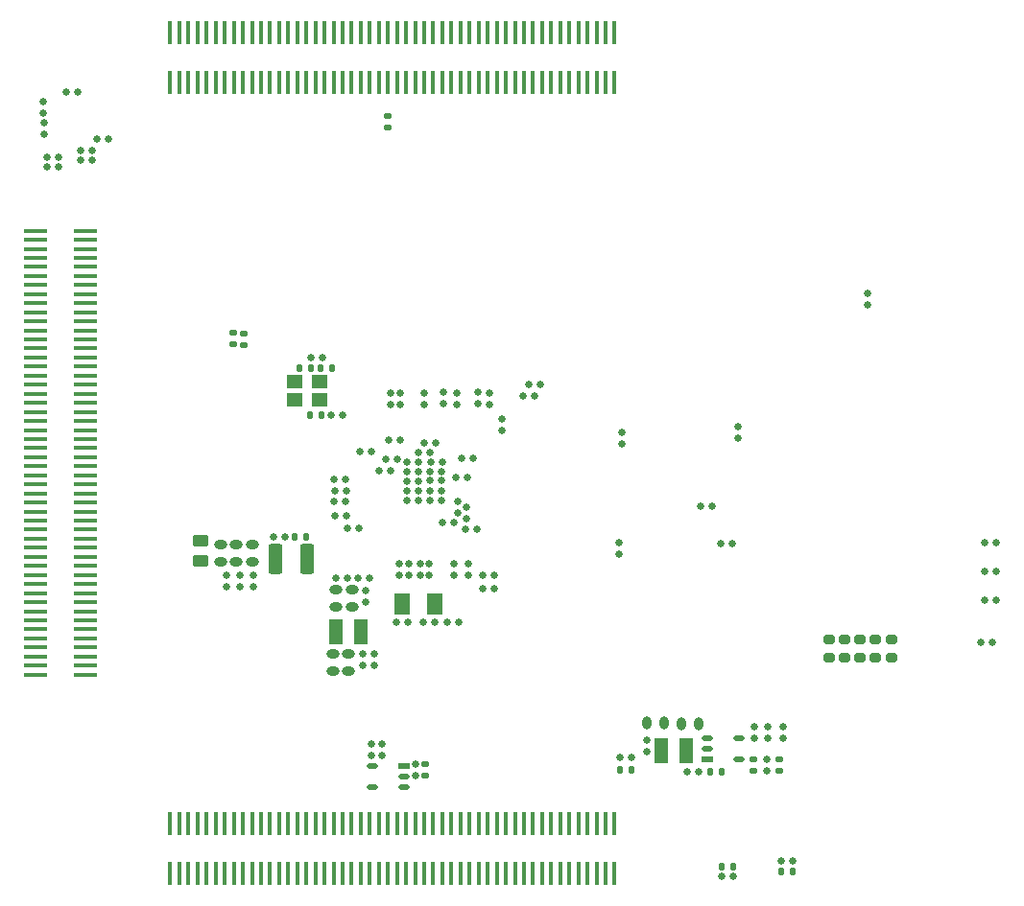
<source format=gbr>
G04 #@! TF.GenerationSoftware,KiCad,Pcbnew,7.0.2*
G04 #@! TF.CreationDate,2023-08-14T15:49:25+08:00*
G04 #@! TF.ProjectId,HPM1500_DDR2_CORE_RevA,48504d31-3530-4305-9f44-4452325f434f,rev?*
G04 #@! TF.SameCoordinates,Original*
G04 #@! TF.FileFunction,Paste,Bot*
G04 #@! TF.FilePolarity,Positive*
%FSLAX46Y46*%
G04 Gerber Fmt 4.6, Leading zero omitted, Abs format (unit mm)*
G04 Created by KiCad (PCBNEW 7.0.2) date 2023-08-14 15:49:25*
%MOMM*%
%LPD*%
G01*
G04 APERTURE LIST*
G04 Aperture macros list*
%AMRoundRect*
0 Rectangle with rounded corners*
0 $1 Rounding radius*
0 $2 $3 $4 $5 $6 $7 $8 $9 X,Y pos of 4 corners*
0 Add a 4 corners polygon primitive as box body*
4,1,4,$2,$3,$4,$5,$6,$7,$8,$9,$2,$3,0*
0 Add four circle primitives for the rounded corners*
1,1,$1+$1,$2,$3*
1,1,$1+$1,$4,$5*
1,1,$1+$1,$6,$7*
1,1,$1+$1,$8,$9*
0 Add four rect primitives between the rounded corners*
20,1,$1+$1,$2,$3,$4,$5,0*
20,1,$1+$1,$4,$5,$6,$7,0*
20,1,$1+$1,$6,$7,$8,$9,0*
20,1,$1+$1,$8,$9,$2,$3,0*%
G04 Aperture macros list end*
%ADD10C,0.635000*%
%ADD11R,0.450000X2.000000*%
%ADD12RoundRect,0.200000X0.275000X-0.200000X0.275000X0.200000X-0.275000X0.200000X-0.275000X-0.200000X0*%
%ADD13R,1.400000X1.200000*%
%ADD14R,2.000000X0.450000*%
%ADD15RoundRect,0.135000X-0.185000X0.135000X-0.185000X-0.135000X0.185000X-0.135000X0.185000X0.135000X0*%
%ADD16RoundRect,0.050800X-0.650250X-0.900450X0.650250X-0.900450X0.650250X0.900450X-0.650250X0.900450X0*%
%ADD17RoundRect,0.135000X-0.135000X-0.185000X0.135000X-0.185000X0.135000X0.185000X-0.135000X0.185000X0*%
%ADD18O,1.143000X0.889000*%
%ADD19O,0.889000X1.143000*%
%ADD20RoundRect,0.250000X0.375000X1.075000X-0.375000X1.075000X-0.375000X-1.075000X0.375000X-1.075000X0*%
%ADD21R,1.016000X0.508000*%
%ADD22O,1.016000X0.508000*%
%ADD23RoundRect,0.250000X-0.450000X0.262500X-0.450000X-0.262500X0.450000X-0.262500X0.450000X0.262500X0*%
%ADD24RoundRect,0.135000X0.135000X0.185000X-0.135000X0.185000X-0.135000X-0.185000X0.135000X-0.185000X0*%
%ADD25R,1.230000X2.220000*%
%ADD26RoundRect,0.135000X0.185000X-0.135000X0.185000X0.135000X-0.185000X0.135000X-0.185000X-0.135000X0*%
G04 APERTURE END LIST*
D10*
X140595000Y-126355000D03*
X140595000Y-125339000D03*
X143742000Y-100490000D03*
X144758000Y-100490000D03*
D11*
X162095292Y-136769894D03*
X162095292Y-132370106D03*
X161295292Y-136769894D03*
X161295292Y-132370106D03*
X160495292Y-136769894D03*
X160495292Y-132370106D03*
X159695292Y-136769894D03*
X159695292Y-132370106D03*
X158895292Y-136769894D03*
X158895292Y-132370106D03*
X158095292Y-136769894D03*
X158095292Y-132370106D03*
X157295292Y-136769894D03*
X157295292Y-132370106D03*
X156495292Y-136769894D03*
X156495292Y-132370106D03*
X155695292Y-136769894D03*
X155695292Y-132370106D03*
X154895292Y-136769894D03*
X154895292Y-132370106D03*
X154095292Y-136769894D03*
X154095292Y-132370106D03*
X153295292Y-136769894D03*
X153295292Y-132370106D03*
X152495292Y-136769894D03*
X152495292Y-132370106D03*
X151695292Y-136769894D03*
X151695292Y-132370106D03*
X150895292Y-136769894D03*
X150895292Y-132370106D03*
X150095292Y-136769894D03*
X150095292Y-132370106D03*
X149295292Y-136769894D03*
X149295292Y-132370106D03*
X148495292Y-136769894D03*
X148495292Y-132370106D03*
X147695292Y-136769894D03*
X147695292Y-132370106D03*
X146895292Y-136769894D03*
X146895292Y-132370106D03*
X146095292Y-136769894D03*
X146095292Y-132370106D03*
X145295292Y-136769894D03*
X145295292Y-132370106D03*
X144495292Y-136769894D03*
X144495292Y-132370106D03*
X143695292Y-136769894D03*
X143695292Y-132370106D03*
X142895292Y-136769894D03*
X142895292Y-132370106D03*
X142095292Y-136769894D03*
X142095292Y-132370106D03*
X141295264Y-136769894D03*
X141295264Y-132370106D03*
X140495252Y-136769894D03*
X140495252Y-132370106D03*
X139695240Y-136769894D03*
X139695240Y-132370106D03*
X138895228Y-136769894D03*
X138895228Y-132370106D03*
X138095216Y-136769894D03*
X138095216Y-132370106D03*
X137295204Y-136769894D03*
X137295204Y-132370106D03*
X136495192Y-136769894D03*
X136495192Y-132370106D03*
X135695180Y-136769894D03*
X135695180Y-132370106D03*
X134895168Y-136769894D03*
X134895168Y-132370106D03*
X134095156Y-136769894D03*
X134095156Y-132370106D03*
X133295144Y-136769894D03*
X133295144Y-132370106D03*
X132495132Y-136769894D03*
X132495132Y-132370106D03*
X131695120Y-136769894D03*
X131695120Y-132370106D03*
X130895108Y-136769894D03*
X130895108Y-132370106D03*
X130095096Y-136769894D03*
X130095096Y-132370106D03*
X129295084Y-136769894D03*
X129295084Y-132370106D03*
X128495072Y-136769894D03*
X128495072Y-132370106D03*
X127695060Y-136769894D03*
X127695060Y-132370106D03*
X126895048Y-136769894D03*
X126895048Y-132370106D03*
X126095036Y-136769894D03*
X126095036Y-132370106D03*
X125295024Y-136769894D03*
X125295024Y-132370106D03*
X124495012Y-136769894D03*
X124495012Y-132370106D03*
X123695000Y-136769894D03*
X123695000Y-132370106D03*
X122894988Y-136769894D03*
X122894988Y-132370106D03*
D12*
X185122500Y-117769200D03*
X185122500Y-116119200D03*
D10*
X140860000Y-117382000D03*
X140860000Y-118398000D03*
X145735000Y-109437000D03*
X145735000Y-110453000D03*
X149093000Y-101795000D03*
X148077000Y-101795000D03*
D13*
X133885000Y-93396000D03*
X136085000Y-93396000D03*
X136085000Y-94996000D03*
X133885000Y-94996000D03*
D10*
X127885000Y-110455000D03*
X127885000Y-111471000D03*
X146248000Y-114645000D03*
X145232000Y-114645000D03*
X172503000Y-107670000D03*
X171487000Y-107670000D03*
X129035000Y-110455000D03*
X129035000Y-111471000D03*
D14*
X111020106Y-119242792D03*
X115419894Y-119242792D03*
X111020106Y-118442792D03*
X115419894Y-118442792D03*
X111020106Y-117642792D03*
X115419894Y-117642792D03*
X111020106Y-116842792D03*
X115419894Y-116842792D03*
X111020106Y-116042792D03*
X115419894Y-116042792D03*
X111020106Y-115242792D03*
X115419894Y-115242792D03*
X111020106Y-114442792D03*
X115419894Y-114442792D03*
X111020106Y-113642792D03*
X115419894Y-113642792D03*
X111020106Y-112842792D03*
X115419894Y-112842792D03*
X111020106Y-112042792D03*
X115419894Y-112042792D03*
X111020106Y-111242792D03*
X115419894Y-111242792D03*
X111020106Y-110442792D03*
X115419894Y-110442792D03*
X111020106Y-109642792D03*
X115419894Y-109642792D03*
X111020106Y-108842792D03*
X115419894Y-108842792D03*
X111020106Y-108042792D03*
X115419894Y-108042792D03*
X111020106Y-107242792D03*
X115419894Y-107242792D03*
X111020106Y-106442792D03*
X115419894Y-106442792D03*
X111020106Y-105642792D03*
X115419894Y-105642792D03*
X111020106Y-104842792D03*
X115419894Y-104842792D03*
X111020106Y-104042792D03*
X115419894Y-104042792D03*
X111020106Y-103242792D03*
X115419894Y-103242792D03*
X111020106Y-102442792D03*
X115419894Y-102442792D03*
X111020106Y-101642792D03*
X115419894Y-101642792D03*
X111020106Y-100842792D03*
X115419894Y-100842792D03*
X111020106Y-100042792D03*
X115419894Y-100042792D03*
X111020106Y-99242792D03*
X115419894Y-99242792D03*
X111020106Y-98442764D03*
X115419894Y-98442764D03*
X111020106Y-97642752D03*
X115419894Y-97642752D03*
X111020106Y-96842740D03*
X115419894Y-96842740D03*
X111020106Y-96042728D03*
X115419894Y-96042728D03*
X111020106Y-95242716D03*
X115419894Y-95242716D03*
X111020106Y-94442704D03*
X115419894Y-94442704D03*
X111020106Y-93642692D03*
X115419894Y-93642692D03*
X111020106Y-92842680D03*
X115419894Y-92842680D03*
X111020106Y-92042668D03*
X115419894Y-92042668D03*
X111020106Y-91242656D03*
X115419894Y-91242656D03*
X111020106Y-90442644D03*
X115419894Y-90442644D03*
X111020106Y-89642632D03*
X115419894Y-89642632D03*
X111020106Y-88842620D03*
X115419894Y-88842620D03*
X111020106Y-88042608D03*
X115419894Y-88042608D03*
X111020106Y-87242596D03*
X115419894Y-87242596D03*
X111020106Y-86442584D03*
X115419894Y-86442584D03*
X111020106Y-85642572D03*
X115419894Y-85642572D03*
X111020106Y-84842560D03*
X115419894Y-84842560D03*
X111020106Y-84042548D03*
X115419894Y-84042548D03*
X111020106Y-83242536D03*
X115419894Y-83242536D03*
X111020106Y-82442524D03*
X115419894Y-82442524D03*
X111020106Y-81642512D03*
X115419894Y-81642512D03*
X111020106Y-80842500D03*
X115419894Y-80842500D03*
X111020106Y-80042488D03*
X115419894Y-80042488D03*
D10*
X142353000Y-101265000D03*
X141337000Y-101265000D03*
X148975000Y-105440000D03*
X148975000Y-104424000D03*
X113053000Y-74420000D03*
X112037000Y-74420000D03*
D12*
X186485000Y-117769200D03*
X186485000Y-116119200D03*
D10*
X116457000Y-71910000D03*
X117473000Y-71910000D03*
X147925000Y-109417000D03*
X147925000Y-110433000D03*
X139860000Y-117382000D03*
X139860000Y-118398000D03*
D15*
X145416900Y-127165299D03*
X145416900Y-128185299D03*
D16*
X143337000Y-113020000D03*
X146253000Y-113020000D03*
D10*
X162765000Y-98868000D03*
X162765000Y-97852000D03*
X133009000Y-107105000D03*
X131993000Y-107105000D03*
X142127000Y-98500000D03*
X143143000Y-98500000D03*
X169480900Y-127864297D03*
X168464900Y-127864297D03*
X116003000Y-73800000D03*
X114987000Y-73800000D03*
X140135000Y-111847000D03*
X140135000Y-112863000D03*
X138463000Y-105190000D03*
X137447000Y-105190000D03*
X143843000Y-114645000D03*
X142827000Y-114645000D03*
D17*
X134245000Y-92210000D03*
X135265000Y-92210000D03*
D10*
X150065000Y-95338000D03*
X150065000Y-94322000D03*
D18*
X137495000Y-111770000D03*
X137495000Y-113294000D03*
D15*
X128475000Y-89060000D03*
X128475000Y-90080000D03*
D10*
X148175000Y-95368000D03*
X148175000Y-94352000D03*
D17*
X171545000Y-136220000D03*
X172565000Y-136220000D03*
D10*
X146803000Y-101295000D03*
X145787000Y-101295000D03*
X149633000Y-100175000D03*
X148617000Y-100175000D03*
X142908000Y-100200000D03*
X141892000Y-100200000D03*
X111725000Y-70522000D03*
X111725000Y-71538000D03*
X138353000Y-103985000D03*
X137337000Y-103985000D03*
X146323000Y-98765000D03*
X145307000Y-98765000D03*
D15*
X174364900Y-126712297D03*
X174364900Y-127732297D03*
D17*
X135175000Y-96310000D03*
X136195000Y-96310000D03*
D10*
X146823000Y-103885000D03*
X145807000Y-103885000D03*
X151045000Y-95358000D03*
X151045000Y-94342000D03*
D11*
X162095292Y-66919894D03*
X162095292Y-62520106D03*
X161295292Y-66919894D03*
X161295292Y-62520106D03*
X160495292Y-66919894D03*
X160495292Y-62520106D03*
X159695292Y-66919894D03*
X159695292Y-62520106D03*
X158895292Y-66919894D03*
X158895292Y-62520106D03*
X158095292Y-66919894D03*
X158095292Y-62520106D03*
X157295292Y-66919894D03*
X157295292Y-62520106D03*
X156495292Y-66919894D03*
X156495292Y-62520106D03*
X155695292Y-66919894D03*
X155695292Y-62520106D03*
X154895292Y-66919894D03*
X154895292Y-62520106D03*
X154095292Y-66919894D03*
X154095292Y-62520106D03*
X153295292Y-66919894D03*
X153295292Y-62520106D03*
X152495292Y-66919894D03*
X152495292Y-62520106D03*
X151695292Y-66919894D03*
X151695292Y-62520106D03*
X150895292Y-66919894D03*
X150895292Y-62520106D03*
X150095292Y-66919894D03*
X150095292Y-62520106D03*
X149295292Y-66919894D03*
X149295292Y-62520106D03*
X148495292Y-66919894D03*
X148495292Y-62520106D03*
X147695292Y-66919894D03*
X147695292Y-62520106D03*
X146895292Y-66919894D03*
X146895292Y-62520106D03*
X146095292Y-66919894D03*
X146095292Y-62520106D03*
X145295292Y-66919894D03*
X145295292Y-62520106D03*
X144495292Y-66919894D03*
X144495292Y-62520106D03*
X143695292Y-66919894D03*
X143695292Y-62520106D03*
X142895292Y-66919894D03*
X142895292Y-62520106D03*
X142095292Y-66919894D03*
X142095292Y-62520106D03*
X141295264Y-66919894D03*
X141295264Y-62520106D03*
X140495252Y-66919894D03*
X140495252Y-62520106D03*
X139695240Y-66919894D03*
X139695240Y-62520106D03*
X138895228Y-66919894D03*
X138895228Y-62520106D03*
X138095216Y-66919894D03*
X138095216Y-62520106D03*
X137295204Y-66919894D03*
X137295204Y-62520106D03*
X136495192Y-66919894D03*
X136495192Y-62520106D03*
X135695180Y-66919894D03*
X135695180Y-62520106D03*
X134895168Y-66919894D03*
X134895168Y-62520106D03*
X134095156Y-66919894D03*
X134095156Y-62520106D03*
X133295144Y-66919894D03*
X133295144Y-62520106D03*
X132495132Y-66919894D03*
X132495132Y-62520106D03*
X131695120Y-66919894D03*
X131695120Y-62520106D03*
X130895108Y-66919894D03*
X130895108Y-62520106D03*
X130095096Y-66919894D03*
X130095096Y-62520106D03*
X129295084Y-66919894D03*
X129295084Y-62520106D03*
X128495072Y-66919894D03*
X128495072Y-62520106D03*
X127695060Y-66919894D03*
X127695060Y-62520106D03*
X126895048Y-66919894D03*
X126895048Y-62520106D03*
X126095036Y-66919894D03*
X126095036Y-62520106D03*
X125295024Y-66919894D03*
X125295024Y-62520106D03*
X124495012Y-66919894D03*
X124495012Y-62520106D03*
X123695000Y-66919894D03*
X123695000Y-62520106D03*
X122894988Y-66919894D03*
X122894988Y-62520106D03*
D10*
X184400000Y-85567000D03*
X184400000Y-86583000D03*
X175635000Y-124868000D03*
X175635000Y-123852000D03*
X170723000Y-104340000D03*
X169707000Y-104340000D03*
X149973000Y-106380000D03*
X148957000Y-106380000D03*
X144925000Y-109442000D03*
X144925000Y-110458000D03*
X139627000Y-99525000D03*
X140643000Y-99525000D03*
D15*
X142045000Y-69935000D03*
X142045000Y-70955000D03*
D10*
X143762000Y-102170000D03*
X144778000Y-102170000D03*
X145813000Y-99635000D03*
X144797000Y-99635000D03*
X138483000Y-110715000D03*
X137467000Y-110715000D03*
X147025000Y-95348000D03*
X147025000Y-94332000D03*
D19*
X166485000Y-123510000D03*
X164961000Y-123510000D03*
D10*
X155513000Y-93660000D03*
X154497000Y-93660000D03*
X113707000Y-67790000D03*
X114723000Y-67790000D03*
D12*
X181035000Y-117769200D03*
X181035000Y-116119200D03*
D10*
X145265000Y-95368000D03*
X145265000Y-94352000D03*
X143742000Y-103020000D03*
X144758000Y-103020000D03*
X194407000Y-116414000D03*
X195423000Y-116414000D03*
D18*
X137260000Y-117390000D03*
X137260000Y-118914000D03*
D15*
X129365000Y-89100000D03*
X129365000Y-90120000D03*
D10*
X177823000Y-135730000D03*
X176807000Y-135730000D03*
X137047000Y-96300000D03*
X138063000Y-96300000D03*
X143792000Y-103840000D03*
X144808000Y-103840000D03*
D18*
X130135000Y-109317000D03*
X130135000Y-107793000D03*
D20*
X134985000Y-109055000D03*
X132185000Y-109055000D03*
D12*
X183760000Y-117769200D03*
X183760000Y-116119200D03*
D10*
X152185000Y-97663000D03*
X152185000Y-96647000D03*
X162557000Y-126540000D03*
X163573000Y-126540000D03*
D19*
X168023000Y-123560000D03*
X169547000Y-123560000D03*
D10*
X151483000Y-111620000D03*
X150467000Y-111620000D03*
X113063000Y-73580000D03*
X112047000Y-73580000D03*
D17*
X133883000Y-107105000D03*
X134903000Y-107105000D03*
X170512900Y-127864297D03*
X171532900Y-127864297D03*
D10*
X141555000Y-126355000D03*
X141555000Y-125339000D03*
D21*
X170241000Y-126759996D03*
D22*
X170241000Y-125809986D03*
X170241000Y-124860000D03*
X173035000Y-124860000D03*
X173035000Y-126759996D03*
D10*
X194707000Y-107614000D03*
X195723000Y-107614000D03*
X147933000Y-105825000D03*
X146917000Y-105825000D03*
D21*
X143513900Y-127285301D03*
D22*
X143513900Y-128235311D03*
X143513900Y-129185297D03*
X140719900Y-129185297D03*
X140719900Y-127285301D03*
D10*
X146858000Y-100485000D03*
X145842000Y-100485000D03*
X146803000Y-103015000D03*
X145787000Y-103015000D03*
X174414900Y-124872297D03*
X174414900Y-123856297D03*
X148215000Y-103950000D03*
X148215000Y-104966000D03*
D18*
X127325000Y-109317000D03*
X127325000Y-107793000D03*
D10*
X143185000Y-95398000D03*
X143185000Y-94382000D03*
X138335000Y-102030000D03*
X137319000Y-102030000D03*
X146803000Y-102115000D03*
X145787000Y-102115000D03*
D23*
X125535000Y-107392500D03*
X125535000Y-109217500D03*
D10*
X143975000Y-109422000D03*
X143975000Y-110438000D03*
D24*
X163575000Y-127630000D03*
X162555000Y-127630000D03*
D10*
X111705000Y-69658000D03*
X111705000Y-68642000D03*
D18*
X138610000Y-117390000D03*
X138610000Y-118914000D03*
D10*
X143125000Y-109422000D03*
X143125000Y-110438000D03*
D12*
X182397500Y-117769200D03*
X182397500Y-116119200D03*
D25*
X168399900Y-125971297D03*
X166229899Y-125971297D03*
D10*
X149175000Y-109442000D03*
X149175000Y-110458000D03*
D17*
X176815000Y-136620000D03*
X177835000Y-136620000D03*
D10*
X139417000Y-110700000D03*
X140433000Y-110700000D03*
X142300000Y-95383000D03*
X142300000Y-94367000D03*
D25*
X139670000Y-115455000D03*
X137499999Y-115455000D03*
D10*
X130185000Y-110455000D03*
X130185000Y-111471000D03*
X162495000Y-108578000D03*
X162495000Y-107562000D03*
D18*
X128735000Y-109317000D03*
X128735000Y-107793000D03*
D10*
X195723000Y-110114000D03*
X194707000Y-110114000D03*
D26*
X176635000Y-127719996D03*
X176635000Y-126699996D03*
D10*
X151473000Y-110495000D03*
X150457000Y-110495000D03*
X176973400Y-124864200D03*
X176973400Y-123848200D03*
X172533000Y-137090000D03*
X171517000Y-137090000D03*
D18*
X138935000Y-111755000D03*
X138935000Y-113279000D03*
D10*
X138403000Y-102985000D03*
X137387000Y-102985000D03*
D24*
X137175000Y-92220000D03*
X136155000Y-92220000D03*
D10*
X195723000Y-112647333D03*
X194707000Y-112647333D03*
X144536900Y-127167299D03*
X144536900Y-128183299D03*
X114977000Y-72970000D03*
X115993000Y-72970000D03*
X143762000Y-101320000D03*
X144778000Y-101320000D03*
X155045000Y-94595000D03*
X154029000Y-94595000D03*
X173015000Y-98358000D03*
X173015000Y-97342000D03*
X135287000Y-91270000D03*
X136303000Y-91270000D03*
X147312000Y-114645000D03*
X148328000Y-114645000D03*
X139523000Y-106330000D03*
X138507000Y-106330000D03*
X164935000Y-126068000D03*
X164935000Y-125052000D03*
X175535000Y-127750297D03*
X175535000Y-126734297D03*
M02*

</source>
